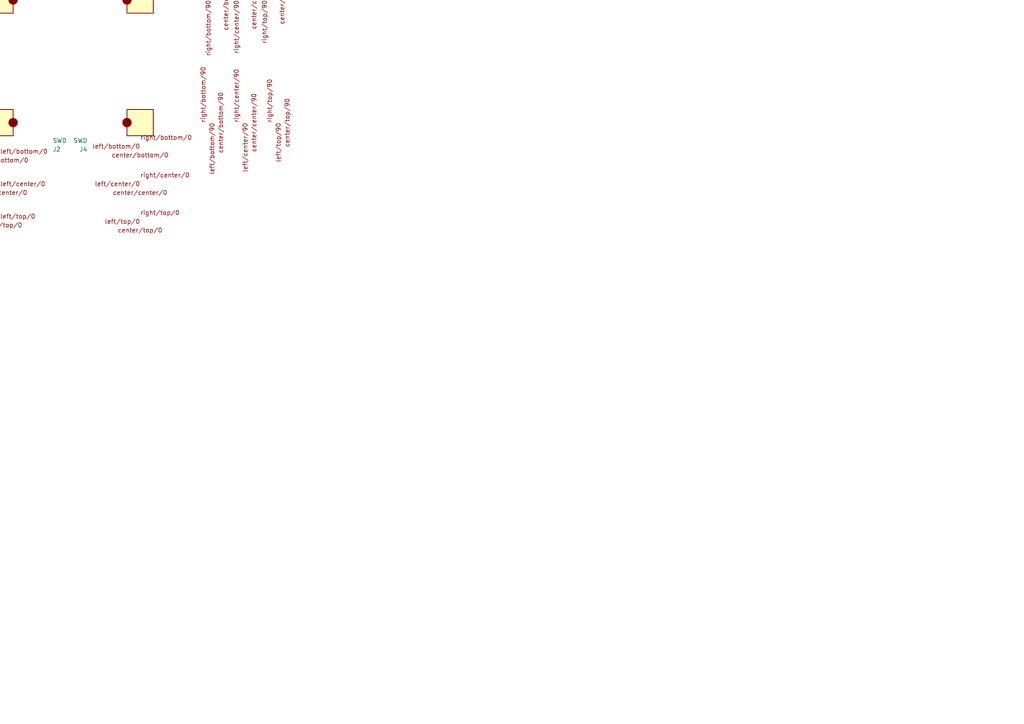
<source format=kicad_sch>
(kicad_sch (version 20221206) (generator eeschema)
  (paper "A4")
  (lib_symbols
    (symbol "winterbloom:Conn_SWD" (pin_names (offset 1.016))
      (property "Reference" "J1" (at 0 -12.7 0))
      (property "Value" "SWD" (at 0 -10.16 0))
      (symbol "Conn_SWD_0_1"
        (rectangle (start -3.81 3.81) (end 3.81 -3.81) (stroke (width 0.254)) (fill (type background)))
        (circle (center 3.81 0) (radius 1.27) (fill (type outline)))
        (text "center/bottom/0" (at 0 10.16 0) (effects (font (size 1.27 1.27)) (justify bottom)))
        (text "center/bottom/90" (at -24.13 0 900) (effects (font (size 1.27 1.27)) (justify bottom)))
        (text "center/center/0" (at 0 20.32 0) (effects (font (size 1.27 1.27))))
        (text "center/center/90" (at -33.02 0 900) (effects (font (size 1.27 1.27))))
        (text "center/top/0" (at 0 30.48 0) (effects (font (size 1.27 1.27)) (justify top)))
        (text "center/top/90" (at -41.91 0 900) (effects (font (size 1.27 1.27)) (justify top)))
        (text "left/bottom/0" (at 0 7.62 0) (effects (font (size 1.27 1.27)) (justify left bottom)))
        (text "left/bottom/90" (at -21.59 0 900) (effects (font (size 1.27 1.27)) (justify left bottom)))
        (text "left/center/0" (at 0 17.78 0) (effects (font (size 1.27 1.27)) (justify left)))
        (text "left/center/90" (at -30.48 0 900) (effects (font (size 1.27 1.27)) (justify left)))
        (text "left/top/0" (at 0 27.94 0) (effects (font (size 1.27 1.27)) (justify left top)))
        (text "left/top/90" (at -39.37 0 900) (effects (font (size 1.27 1.27)) (justify left top)))
        (text "right/bottom/0" (at 0 5.08 0) (effects (font (size 1.27 1.27)) (justify right bottom)))
        (text "right/bottom/90" (at -19.05 0 900) (effects (font (size 1.27 1.27)) (justify right bottom)))
        (text "right/center/0" (at 0 15.24 0) (effects (font (size 1.27 1.27)) (justify right)))
        (text "right/center/90" (at -27.94 0 900) (effects (font (size 1.27 1.27)) (justify right)))
        (text "right/top/0" (at 0 25.4 0) (effects (font (size 1.27 1.27)) (justify right top)))
        (text "right/top/90" (at -36.83 0 900) (effects (font (size 1.27 1.27)) (justify right top)))
      )
    )
  )
  (symbol (lib_id "winterbloom:Conn_SWD") (at 0 35.56 0) (mirror x) (unit 1)
    (property "Reference" "J2" (at 15.24 43.3203 0) (effects (justify left)))
    (property "Value" "SWD" (at 15.24 40.7803 0) (effects (justify left)))
    (property "Footprint" "winterbloom:Connector_Cortex_Debug_IDC_2x05_P1.27mm_Vertical_Shrouded_SMD" (effects hide))
    (property "Datasheet" "http://infocenter.arm.com/help/topic/com.arm.doc.ddi0314h/DDI0314H_coresight_components_trm.pdf" (effects hide))
  )
  (symbol (lib_id "winterbloom:Conn_SWD") (at 0 0 0) (unit 1)
    (property "Reference" "J1" (at 15.24 -7.7603 0) (effects (justify left)))
    (property "Value" "SWD" (at 15.24 -5.2203 0) (effects (justify left)))
    (property "Footprint" "winterbloom:Connector_Cortex_Debug_IDC_2x05_P1.27mm_Vertical_Shrouded_SMD" (effects hide))
    (property "Datasheet" "http://infocenter.arm.com/help/topic/com.arm.doc.ddi0314h/DDI0314H_coresight_components_trm.pdf" (effects hide))
  )
  (symbol (lib_id "winterbloom:Conn_SWD") (at 40.64 0 0) (mirror y) (unit 1)
    (property "Reference" "J3" (at 25.4 -7.7603 0) (effects (justify left)))
    (property "Value" "SWD" (at 25.4 -5.2203 0) (effects (justify left)))
    (property "Footprint" "winterbloom:Connector_Cortex_Debug_IDC_2x05_P1.27mm_Vertical_Shrouded_SMD" (effects hide))
    (property "Datasheet" "http://infocenter.arm.com/help/topic/com.arm.doc.ddi0314h/DDI0314H_coresight_components_trm.pdf" (effects hide))
  )
  (symbol (lib_id "winterbloom:Conn_SWD") (at 40.64 35.56 180) (unit 1)
    (property "Reference" "J4" (at 25.4 43.3203 0) (effects (justify left)))
    (property "Value" "SWD" (at 25.4 40.7803 0) (effects (justify left)))
    (property "Footprint" "winterbloom:Connector_Cortex_Debug_IDC_2x05_P1.27mm_Vertical_Shrouded_SMD" (effects hide))
    (property "Datasheet" "http://infocenter.arm.com/help/topic/com.arm.doc.ddi0314h/DDI0314H_coresight_components_trm.pdf" (effects hide))
  )
)
</source>
